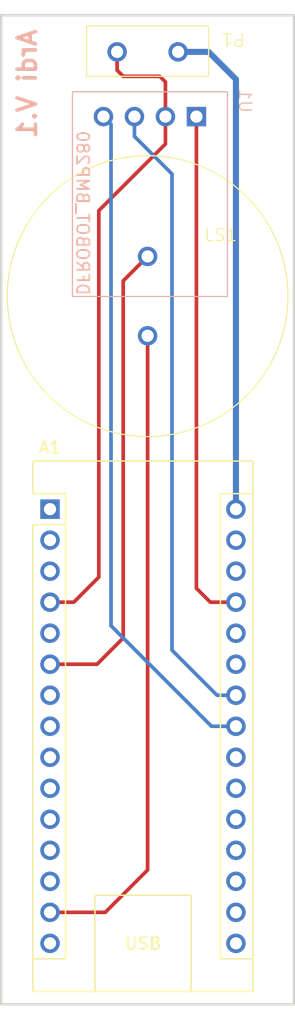
<source format=kicad_pcb>
(kicad_pcb (version 20240108) (generator "pcbnew") (generator_version "8.0")
  (title_block (title "Ardi") (date "2024-07-05") (rev "A") (comment 1 "Author: Marcus Hickel"))
  (layers (0 "F.Cu" signal) (31 "B.Cu" signal) (34 "B.Paste" user) (35 "F.Paste" user) (36 "B.SilkS" user "B.Silkscreen") (37 "F.SilkS" user "F.Silkscreen") (38 "B.Mask" user) (39 "F.Mask" user) (44 "Edge.Cuts" user))
  (net 0 "")
  (net 9 "Net-(A1-D3)")
  (net 16 "Net-(A1-D11)")
  (net 22 "GND")
  (net 25 "+5V")
  (net 26 "Net-(A1-A5)")
  (net 27 "Net-(A1-A4)")
  (net 30 "Net-(A1-VIN)")
  (footprint "Module:Arduino_Nano" (layer "F.Cu") (at 127 105.45)
    (property "Reference" "A1" (at 0 -5.08 0) (layer "F.SilkS"))
    (property "Value" "Arduino_Nano_v3.x")
    (fp_line (start -1.4 -3.94) (end -1.4 -1.27) (stroke (width 0.12)) (layer "F.SilkS"))
    (fp_line (start -1.4 1.27) (end -1.4 39.5) (stroke (width 0.12)) (layer "F.SilkS"))
    (fp_line (start -1.4 39.5) (end 3.68 39.5) (stroke (width 0.12)) (layer "F.SilkS"))
    (fp_line (start 1.27 -1.27) (end -1.4 -1.27) (stroke (width 0.12)) (layer "F.SilkS"))
    (fp_line (start 1.27 1.27) (end -1.4 1.27) (stroke (width 0.12)) (layer "F.SilkS"))
    (fp_line (start 1.27 1.27) (end 1.27 -1.27) (stroke (width 0.12)) (layer "F.SilkS"))
    (fp_line (start 1.27 1.27) (end 1.27 36.83) (stroke (width 0.12)) (layer "F.SilkS"))
    (fp_line (start 1.27 36.83) (end -1.4 36.83) (stroke (width 0.12)) (layer "F.SilkS"))
    (fp_line (start 3.68 31.62) (end 11.56 31.62) (stroke (width 0.12)) (layer "F.SilkS"))
    (fp_line (start 3.68 39.5) (end 3.68 31.62) (stroke (width 0.12)) (layer "F.SilkS"))
    (fp_line (start 11.56 31.62) (end 11.56 39.5) (stroke (width 0.12)) (layer "F.SilkS"))
    (fp_line (start 11.56 39.5) (end 3.68 39.5) (stroke (width 0.12)) (layer "F.SilkS"))
    (fp_line (start 13.97 -1.27) (end 13.97 36.83) (stroke (width 0.12)) (layer "F.SilkS"))
    (fp_line (start 13.97 -1.27) (end 16.64 -1.27) (stroke (width 0.12)) (layer "F.SilkS"))
    (fp_line (start 13.97 36.83) (end 16.64 36.83) (stroke (width 0.12)) (layer "F.SilkS"))
    (fp_line (start 16.64 -3.94) (end -1.4 -3.94) (stroke (width 0.12)) (layer "F.SilkS"))
    (fp_line (start 16.64 39.5) (end 11.56 39.5) (stroke (width 0.12)) (layer "F.SilkS"))
    (fp_line (start 16.64 39.5) (end 16.64 -3.94) (stroke (width 0.12)) (layer "F.SilkS"))
    (fp_text user "USB" (at 7.62 35.56 0) (layer "F.SilkS"))
    (pad "1" thru_hole rect (at 0 0) (size 1.6 1.6) (drill 1) (layers "*.Cu" "*.Mask"))
    (pad "2" thru_hole oval (at 0 2.54) (size 1.6 1.6) (drill 1) (layers "*.Cu" "*.Mask"))
    (pad "3" thru_hole oval (at 0 5.08) (size 1.6 1.6) (drill 1) (layers "*.Cu" "*.Mask"))
    (pad "4" thru_hole oval (at 0 7.62) (size 1.6 1.6) (drill 1) (layers "*.Cu" "*.Mask") (net 22 "GND"))
    (pad "5" thru_hole oval (at 0 10.16) (size 1.6 1.6) (drill 1) (layers "*.Cu" "*.Mask"))
    (pad "6" thru_hole oval (at 0 12.7) (size 1.6 1.6) (drill 1) (layers "*.Cu" "*.Mask") (net 9 "Net-(A1-D3)"))
    (pad "7" thru_hole oval (at 0 15.24) (size 1.6 1.6) (drill 1) (layers "*.Cu" "*.Mask"))
    (pad "8" thru_hole oval (at 0 17.78) (size 1.6 1.6) (drill 1) (layers "*.Cu" "*.Mask"))
    (pad "9" thru_hole oval (at 0 20.32) (size 1.6 1.6) (drill 1) (layers "*.Cu" "*.Mask"))
    (pad "10" thru_hole oval (at 0 22.86) (size 1.6 1.6) (drill 1) (layers "*.Cu" "*.Mask"))
    (pad "11" thru_hole oval (at 0 25.4) (size 1.6 1.6) (drill 1) (layers "*.Cu" "*.Mask"))
    (pad "12" thru_hole oval (at 0 27.94) (size 1.6 1.6) (drill 1) (layers "*.Cu" "*.Mask"))
    (pad "13" thru_hole oval (at 0 30.48) (size 1.6 1.6) (drill 1) (layers "*.Cu" "*.Mask"))
    (pad "14" thru_hole oval (at 0 33.02) (size 1.6 1.6) (drill 1) (layers "*.Cu" "*.Mask") (net 16 "Net-(A1-D11)"))
    (pad "15" thru_hole oval (at 0 35.56) (size 1.6 1.6) (drill 1) (layers "*.Cu" "*.Mask"))
    (pad "16" thru_hole oval (at 15.24 35.56) (size 1.6 1.6) (drill 1) (layers "*.Cu" "*.Mask"))
    (pad "17" thru_hole oval (at 15.24 33.02) (size 1.6 1.6) (drill 1) (layers "*.Cu" "*.Mask"))
    (pad "18" thru_hole oval (at 15.24 30.48) (size 1.6 1.6) (drill 1) (layers "*.Cu" "*.Mask"))
    (pad "19" thru_hole oval (at 15.24 27.94) (size 1.6 1.6) (drill 1) (layers "*.Cu" "*.Mask"))
    (pad "20" thru_hole oval (at 15.24 25.4) (size 1.6 1.6) (drill 1) (layers "*.Cu" "*.Mask"))
    (pad "21" thru_hole oval (at 15.24 22.86) (size 1.6 1.6) (drill 1) (layers "*.Cu" "*.Mask"))
    (pad "22" thru_hole oval (at 15.24 20.32) (size 1.6 1.6) (drill 1) (layers "*.Cu" "*.Mask"))
    (pad "23" thru_hole oval (at 15.24 17.78) (size 1.6 1.6) (drill 1) (layers "*.Cu" "*.Mask") (net 27 "Net-(A1-A4)"))
    (pad "24" thru_hole oval (at 15.24 15.24) (size 1.6 1.6) (drill 1) (layers "*.Cu" "*.Mask") (net 26 "Net-(A1-A5)"))
    (pad "25" thru_hole oval (at 15.24 12.7) (size 1.6 1.6) (drill 1) (layers "*.Cu" "*.Mask"))
    (pad "26" thru_hole oval (at 15.24 10.16) (size 1.6 1.6) (drill 1) (layers "*.Cu" "*.Mask"))
    (pad "27" thru_hole oval (at 15.24 7.62) (size 1.6 1.6) (drill 1) (layers "*.Cu" "*.Mask") (net 25 "+5V"))
    (pad "28" thru_hole oval (at 15.24 5.08) (size 1.6 1.6) (drill 1) (layers "*.Cu" "*.Mask"))
    (pad "29" thru_hole oval (at 15.24 2.54) (size 1.6 1.6) (drill 1) (layers "*.Cu" "*.Mask"))
    (pad "30" thru_hole oval (at 15.24 0) (size 1.6 1.6) (drill 1) (layers "*.Cu" "*.Mask") (net 30 "Net-(A1-VIN)"))
  )
  (footprint "Ardi:AT-1224-TWT-5V-2-R" (layer "F.Cu") (at 135 88)
    (property "Reference" "LS1" (at 6 -5 0) (layer "F.SilkS") (effects (font (thickness 0.1))))
    (property "Value" "Speaker")
    (fp_circle (center 0 0) (end 11.5 0) (stroke (width 0.1)) (fill none) (layer "F.SilkS"))
    (pad "1" thru_hole circle (at 0 3.25) (size 1.6 1.6) (drill 1) (layers "*.Cu" "*.Mask") (net 16 "Net-(A1-D11)"))
    (pad "2" thru_hole circle (at 0 -3.25) (size 1.6 1.6) (drill 1) (layers "*.Cu" "*.Mask") (net 9 "Net-(A1-D3)"))
  )
  (footprint "Ardi:TERM BLOCK HDR 2POS 90DEG 5MM" (layer "F.Cu") (at 135 64 180)
    (property "Reference" "P1" (at -7 -3 180) (layer "F.SilkS") (effects (font (thickness 0.1))))
    (property "Value" "~")
    (fp_rect (start -5 -1.874) (end 5 -6) (stroke (width 0.1)) (fill none) (layer "F.SilkS"))
    (pad "1" thru_hole circle (at -2.5 -4 180) (size 1.6 1.6) (drill 1) (layers "*.Cu" "*.Mask") (net 30 "Net-(A1-VIN)"))
    (pad "2" thru_hole circle (at 2.5 -4 180) (size 1.6 1.6) (drill 1) (layers "*.Cu" "*.Mask") (net 22 "GND"))
  )
  (footprint "Ardi:DFROBOT_BMP280" (layer "B.Cu") (at 135.19 79.65 90)
    (property "Reference" "U1" (at 7.65 7.81 -90) (layer "B.SilkS") (effects (font (thickness 0.1)) (justify mirror)))
    (property "Value" "DFROBOT_BMP_280")
    (fp_rect (start 8.382 -6.35) (end -8.382 6.35) (stroke (width 0.1)) (fill none) (layer "B.SilkS"))
    (fp_text user "DFROBOT_BMP280" (at -8.382 -6.096 -90) (layer "B.SilkS") (effects (justify left bottom mirror)))
    (pad "1" thru_hole rect (at 6.35 3.81 90) (size 1.6 1.6) (drill 1) (layers "*.Cu" "*.Mask") (net 25 "+5V"))
    (pad "2" thru_hole circle (at 6.35 1.27 90) (size 1.6 1.6) (drill 1) (layers "*.Cu" "*.Mask") (net 22 "GND"))
    (pad "3" thru_hole circle (at 6.35 -1.27 90) (size 1.6 1.6) (drill 1) (layers "*.Cu" "*.Mask") (net 26 "Net-(A1-A5)"))
    (pad "4" thru_hole circle (at 6.35 -3.81 90) (size 1.6 1.6) (drill 1) (layers "*.Cu" "*.Mask") (net 27 "Net-(A1-A4)"))
  )
  (gr_rect (start 123 65) (end 147 146) (stroke (width 0.2)) (fill none) (layer "Edge.Cuts"))
  (gr_text "Ardi V.1" (at 126 66 90) (layer "B.SilkS") (effects (font (size 1.5 1.5) (thickness 0.3) (bold yes)) (justify left bottom mirror)))
  (segment (start 133 86.75) (end 135 84.75) (width 0.3) (layer "F.Cu") (net 9))
  (segment (start 127 118.15) (end 130.85 118.15) (width 0.3) (layer "F.Cu") (net 9))
  (segment (start 130.85 118.15) (end 133 116) (width 0.3) (layer "F.Cu") (net 9))
  (segment (start 133 116) (end 133 86.75) (width 0.3) (layer "F.Cu") (net 9))
  (segment (start 127 138.47) (end 131.53 138.47) (width 0.3) (layer "F.Cu") (net 16))
  (segment (start 131.53 138.47) (end 135 135) (width 0.3) (layer "F.Cu") (net 16))
  (segment (start 135 135) (end 135 91.25) (width 0.3) (layer "F.Cu") (net 16))
  (segment (start 133 70) (end 136 70) (width 0.3) (layer "F.Cu") (net 22))
  (segment (start 132.5 68) (end 132.5 69.5) (width 0.3) (layer "F.Cu") (net 22))
  (segment (start 128.9475 113.07) (end 127 113.07) (width 0.3) (layer "F.Cu") (net 22))
  (segment (start 132.5 69.5) (end 133 70) (width 0.3) (layer "F.Cu") (net 22))
  (segment (start 136.46 75.54) (end 131 81) (width 0.3) (layer "F.Cu") (net 22))
  (segment (start 136 70) (end 136.46 70.46) (width 0.3) (layer "F.Cu") (net 22))
  (segment (start 136.46 73.3) (end 136.46 75.54) (width 0.3) (layer "F.Cu") (net 22))
  (segment (start 136.46 70.46) (end 136.46 73.3) (width 0.3) (layer "F.Cu") (net 22))
  (segment (start 131 111.0175) (end 128.9475 113.07) (width 0.3) (layer "F.Cu") (net 22))
  (segment (start 131 81) (end 131 111.0175) (width 0.3) (layer "F.Cu") (net 22))
  (segment (start 139 111.93) (end 140.14 113.07) (width 0.3) (layer "F.Cu") (net 25))
  (segment (start 140.14 113.07) (end 142.24 113.07) (width 0.3) (layer "F.Cu") (net 25))
  (segment (start 139 73.3) (end 139 111.93) (width 0.3) (layer "F.Cu") (net 25))
  (segment (start 137 117) (end 137 78) (width 0.3) (layer "B.Cu") (net 26))
  (segment (start 140.69 120.69) (end 137 117) (width 0.3) (layer "B.Cu") (net 26))
  (segment (start 137 78) (end 133.92 74.92) (width 0.3) (layer "B.Cu") (net 26))
  (segment (start 133.92 74.92) (end 133.92 73.3) (width 0.3) (layer "B.Cu") (net 26))
  (segment (start 142.24 120.69) (end 140.69 120.69) (width 0.3) (layer "B.Cu") (net 26))
  (segment (start 142.24 123.23) (end 140.23 123.23) (width 0.3) (layer "B.Cu") (net 27))
  (segment (start 140.23 123.23) (end 132 115) (width 0.3) (layer "B.Cu") (net 27))
  (segment (start 132 115) (end 132 73.92) (width 0.3) (layer "B.Cu") (net 27))
  (segment (start 132 73.92) (end 131.38 73.3) (width 0.3) (layer "B.Cu") (net 27))
  (segment (start 142.24 70.24) (end 142.24 105.45) (width 0.5) (layer "B.Cu") (net 30))
  (segment (start 140 68) (end 142.24 70.24) (width 0.5) (layer "B.Cu") (net 30))
  (segment (start 137.5 68) (end 140 68) (width 0.5) (layer "B.Cu") (net 30))
)
</source>
